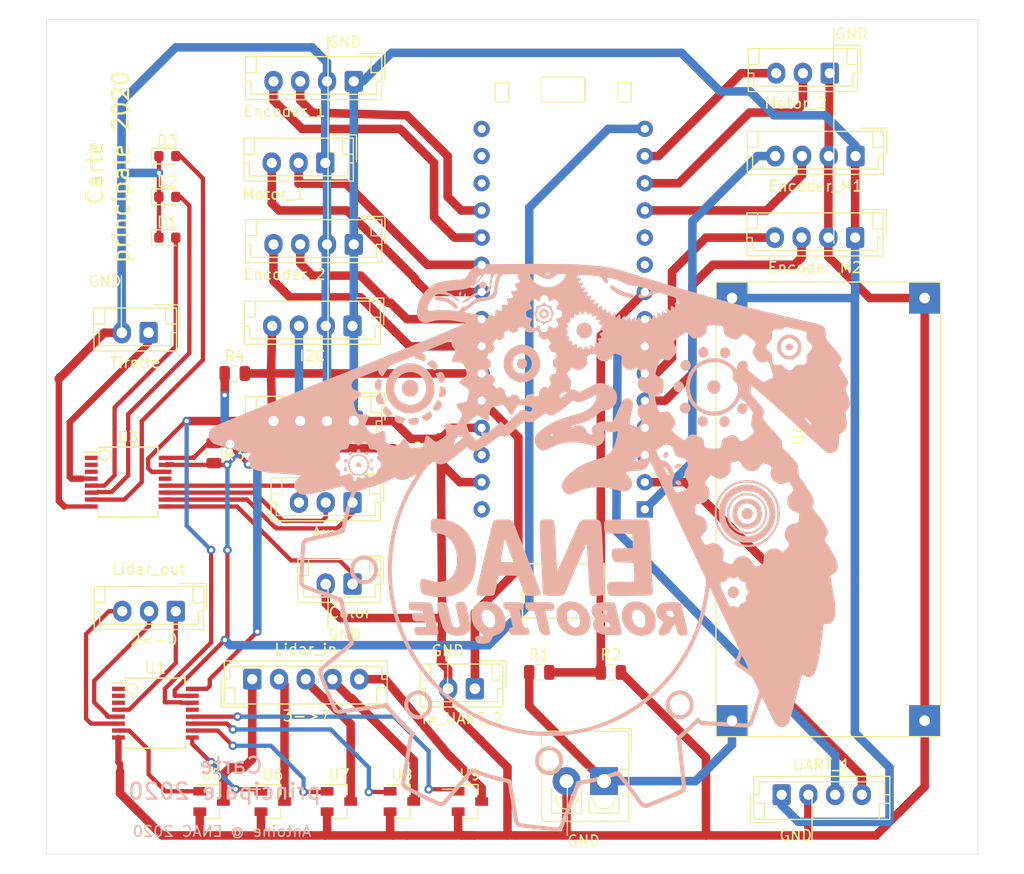
<source format=kicad_pcb>
(kicad_pcb (version 20211014) (generator pcbnew)
  (layers (0 "F.Cu" signal) (31 "B.Cu" signal) (34 "B.Paste" user) (35 "F.Paste" user) (36 "B.SilkS" user "B.Silkscreen") (37 "F.SilkS" user "F.Silkscreen") (38 "B.Mask" user) (39 "F.Mask" user) (44 "Edge.Cuts" user))
  (net 0 "")
  (net 1 "GND")
  (net 2 "/led_1")
  (net 3 "/led_2")
  (net 4 "/led_3")
  (net 5 "/Rx_UART_1")
  (net 6 "/Tx_UART_1")
  (net 7 "+5V")
  (net 8 "/SDA_I2C_3")
  (net 9 "/SCL_I2C_3")
  (net 10 "/mot_1_DIR")
  (net 11 "/mot_1_PWM")
  (net 12 "/mot_2_PWM")
  (net 13 "/mot_2_DIR")
  (net 14 "/Enc_1B")
  (net 15 "/Enc_1A")
  (net 16 "/Enc_2A")
  (net 17 "/Enc_2B")
  (net 18 "/Enc_M1B")
  (net 19 "/Enc_M1A")
  (net 20 "/Enc_M2A")
  (net 21 "/Enc_M2B")
  (net 22 "/aux_1")
  (net 23 "/aux_2")
  (net 24 "/aux_3")
  (net 25 "+12V")
  (net 26 "Net-(J12-Pad1)")
  (net 27 "Net-(J12-Pad2)")
  (net 28 "Net-(J12-Pad3)")
  (net 29 "Net-(J12-Pad4)")
  (net 30 "Net-(J12-Pad5)")
  (net 31 "/bat_meas")
  (net 32 "Net-(U1-Pad1)")
  (net 33 "Net-(U1-Pad2)")
  (net 34 "Net-(U1-Pad3)")
  (net 35 "Net-(U1-Pad13)")
  (net 36 "Net-(U2-Pad3)")
  (net 37 "Net-(U2-Pad4)")
  (net 38 "Net-(U2-Pad30)")
  (net 39 "Net-(U3-Pad13)")
  (net 40 "/color")
  (net 41 "/tirette")
  (net 42 "Net-(U3-Pad3)")
  (net 43 "Net-(U3-Pad2)")
  (net 44 "Net-(U3-Pad1)")
  (net 45 "/lidar_in_1")
  (net 46 "/lidar_in_2")
  (net 47 "/lidar_in_3")
  (net 48 "/lidar_in_4")
  (net 49 "/lidar_in_5")
  (net 50 "/lidar_out_1")
  (net 51 "/lidar_out_2")
  (net 52 "/lidar_out_3")
  (net 53 "Net-(U2-Pad16)")
  (net 54 "Net-(U2-Pad17)")
  (net 55 "Net-(U2-Pad18)")
  (net 56 "Net-(U2-Pad28)")
  (net 57 "Net-(U2-Pad11)")
  (net 58 "Net-(U2-Pad10)")
  (net 59 "Net-(U2-Pad7)")
  (net 60 "/Tx_UART_2")
  (footprint "LED_SMD:LED_0603_1608Metric" (layer "F.Cu") (at 131.2925 86.36)
    (fp_text reference "D1")
    (fp_text value "LED")
  )
  (footprint "LED_SMD:LED_0603_1608Metric" (layer "F.Cu") (at 131.2925 78.74)
    (fp_text reference "D3")
    (fp_text value "LED")
  )
  (footprint "Connector_JST:JST_EH_B4B-EH-A_1x04_P2.50mm_Vertical" (layer "F.Cu") (at 148.71 103.505 180)
    (fp_text reference "I2C")
    (fp_text value "I2C_3")
  )
  (footprint "Connector_JST:JST_EH_B3B-EH-A_1x03_P2.50mm_Vertical" (layer "F.Cu") (at 146.05 79.375 180)
    (fp_text reference "Motor_1")
    (fp_text value "Motor_1")
  )
  (footprint "Connector_JST:JST_EH_B3B-EH-A_1x03_P2.50mm_Vertical" (layer "F.Cu") (at 193.167 70.993 180)
    (fp_text reference "Motor_2")
    (fp_text value "Motor_2")
  )
  (footprint "Connector_JST:JST_EH_B4B-EH-A_1x04_P2.50mm_Vertical" (layer "F.Cu") (at 148.71 71.755 180)
    (fp_text reference "Encoder_1")
    (fp_text value "Encoder_1")
  )
  (footprint "Connector_JST:JST_EH_B4B-EH-A_1x04_P2.50mm_Vertical" (layer "F.Cu") (at 195.58 78.74 180)
    (fp_text reference "Encoder_M1")
    (fp_text value "Encoder_M1")
  )
  (footprint "TerminalBlock_4Ucon:TerminalBlock_4Ucon_1x02_P3.50mm_Vertical" (layer "F.Cu") (at 172.085 137.16 180)
    (fp_text reference " ")
    (fp_text value "Screw_Terminal_01x02")
  )
  (footprint "Connector_JST:JST_EH_B5B-EH-A_1x05_P2.50mm_Vertical" (layer "F.Cu") (at 139.225 127.635)
    (fp_text reference "Lidar_in")
    (fp_text value "Conn_01x05")
  )
  (footprint "Resistor_SMD:R_0805_2012Metric" (layer "F.Cu") (at 172.72 127)
    (fp_text reference "R2")
    (fp_text value "1k")
  )
  (footprint "Package_SO:SSOP-16_5.3x6.2mm_P0.65mm" (layer "F.Cu") (at 130.175 130.81)
    (fp_text reference "U1")
    (fp_text value "PCA9554D")
  )
  (footprint "Package_SO:SSOP-16_5.3x6.2mm_P0.65mm" (layer "F.Cu") (at 127.635 109.22)
    (fp_text reference "U3")
    (fp_text value "PCA9554D")
  )
  (footprint "myFootprints:SOT-23" (layer "F.Cu") (at 135.425 139.065)
    (fp_text reference "U5")
    (fp_text value "IRLML6344")
  )
  (footprint "myFootprints:SOT-23" (layer "F.Cu") (at 141.14 139.065)
    (fp_text reference "U6")
    (fp_text value "IRLML6344")
  )
  (footprint "myFootprints:SOT-23" (layer "F.Cu") (at 147.32 139.065)
    (fp_text reference "U7")
    (fp_text value "IRLML6344")
  )
  (footprint "myFootprints:SOT-23" (layer "F.Cu") (at 153.205 139.065)
    (fp_text reference "U8")
    (fp_text value "IRLML6344")
  )
  (footprint "myFootprints:SOT-23" (layer "F.Cu") (at 159.555 139.065)
    (fp_text reference "U9")
    (fp_text value "IRLML6344")
  )
  (footprint "Connector_JST:JST_EH_B4B-EH-A_1x04_P2.50mm_Vertical" (layer "F.Cu") (at 148.71 86.995 180)
    (fp_text reference "Encoder_2")
    (fp_text value "Encoder_2")
  )
  (footprint "Connector_JST:JST_EH_B3B-EH-A_1x03_P2.50mm_Vertical" (layer "F.Cu") (at 132.08 121.285 180)
    (fp_text reference "Lidar_out")
    (fp_text value "Conn_01x03")
  )
  (footprint "Connector_JST:JST_EH_B2B-EH-A_1x02_P2.50mm_Vertical" (layer "F.Cu") (at 129.54 95.25 180)
    (fp_text reference "Tirette")
    (fp_text value "Conn_01x02")
  )
  (footprint "Connector_JST:JST_EH_B2B-EH-A_1x02_P2.50mm_Vertical" (layer "F.Cu") (at 148.59 118.745 180)
    (fp_text reference "Color")
    (fp_text value "Conn_01x02")
  )
  (footprint "LED_SMD:LED_0603_1608Metric" (layer "F.Cu") (at 131.2925 82.55)
    (fp_text reference "D2")
    (fp_text value "LED")
  )
  (footprint "Resistor_SMD:R_0805_2012Metric" (layer "F.Cu") (at 166.0375 127)
    (fp_text reference "R1")
    (fp_text value "4.7k")
  )
  (footprint "Connector_JST:JST_EH_B3B-EH-A_1x03_P2.50mm_Vertical" (layer "F.Cu") (at 148.59 111.125 180)
    (fp_text reference "Aux")
    (fp_text value "Conn_01x03")
  )
  (footprint "myFootprints:LM2596_module" (layer "F.Cu") (at 193.04 111.76 90)
    (fp_text reference "U4")
    (fp_text value "LM2596_module")
  )
  (footprint "MountingHole:MountingHole_3mm" (layer "F.Cu") (at 123 69)
    (fp_text reference " ")
    (fp_text value "MountingHole_3mm")
  )
  (footprint "Connector_JST:JST_EH_B4B-EH-A_1x04_P2.50mm_Vertical" (layer "F.Cu") (at 195.54 86.36 180)
    (fp_text reference "Encoder_M2")
    (fp_text value "Encoder_M2")
  )
  (footprint "MountingHole:MountingHole_3mm" (layer "F.Cu") (at 203.835 69)
    (fp_text reference " ")
    (fp_text value "MountingHole_3mm")
  )
  (footprint "Connector_JST:JST_EH_B4B-EH-A_1x04_P2.50mm_Vertical" (layer "F.Cu") (at 188.675 138.43)
    (fp_text reference "UART_1")
    (fp_text value "UART_1")
  )
  (footprint "Capacitor_SMD:C_0603_1608Metric_Pad1.05x0.95mm_HandSolder" (layer "F.Cu") (at 156.845 106.045 90)
    (fp_text reference "C1")
    (fp_text value "100nF")
  )
  (footprint "Connector_JST:JST_EH_B2B-EH-A_1x02_P2.50mm_Vertical" (layer "F.Cu") (at 160.02 128.524 180)
    (fp_text reference "Tx_UART_2")
    (fp_text value "Conn_01x02")
  )
  (footprint "Resistor_SMD:R_0805_2012Metric" (layer "F.Cu") (at 135.636 106.5045 -90)
    (fp_text reference "R3")
    (fp_text value "2.2k")
  )
  (footprint "Resistor_SMD:R_0805_2012Metric" (layer "F.Cu") (at 137.5895 99.06)
    (fp_text reference "R4")
    (fp_text value "2.2k")
  )
  (footprint "myFootprints:NUCLEO32" (layer "F.Cu") (at 168.275 93.98 180)
    (fp_text reference "U2")
    (fp_text value "NUCLEO32-L432KC")
  )
  (footprint "Connector_JST:JST_EH_B4B-EH-A_1x04_P2.50mm_Vertical" (layer "F.Cu") (at 148.59 94.615 180)
    (fp_text reference "I2C")
    (fp_text value "I2C_3")
  )
  (footprint "MountingHole:MountingHole_3mm" (layer "F.Cu") (at 123 141)
    (fp_text reference " ")
    (fp_text value "MountingHole_3mm")
  )
  (footprint "MountingHole:MountingHole_3mm" (layer "F.Cu") (at 204 141)
    (fp_text reference " ")
    (fp_text value "MountingHole_3mm")
  )
  (footprint "myFootprints:logo_enac_robotique" (layer "B.Cu") (at 165.1 115.316 180)
    (fp_text reference "G***" hide)
    (fp_text value "LOGO" hide)
  )
  (gr_line (start 127 94.996) (end 127 89.916) (layer "F.SilkS") (width 0.12))
  (gr_line (start 191.516 138.176) (end 191.516 142.748) (layer "F.SilkS") (width 0.12))
  (gr_line (start 146.304 79.248) (end 146.304 87.376) (layer "F.SilkS") (width 0.12))
  (gr_circle (center 125.476 106.68) (end 125.984 106.68) (layer "F.SilkS") (width 0.12) (fill none))
  (gr_line (start 146.304 71.628) (end 146.304 79.248) (layer "F.SilkS") (width 0.12))
  (gr_line (start 146.304 87.376) (end 146.304 103.632) (layer "F.SilkS") (width 0.12))
  (gr_line (start 157.48 128.524) (end 157.48 124.968) (layer "F.SilkS") (width 0.12))
  (gr_circle (center 128.016 128.524) (end 128.524 128.524) (layer "F.SilkS") (width 0.12) (fill none))
  (gr_line (start 139.954 137.922) (end 138.684 137.922) (layer "F.SilkS") (width 0.12))
  (gr_line (start 168.656 137.16) (end 168.656 142.24) (layer "F.SilkS") (width 0.12))
  (gr_line (start 193.548 66.802) (end 193.548 86.868) (layer "F.SilkS") (width 0.12))
  (gr_line (start 158.242 137.922) (end 156.972 137.922) (layer "F.SilkS") (width 0.12))
  (gr_line (start 146.304 71.628) (end 146.304 67.564) (layer "F.SilkS") (width 0.12))
  (gr_line (start 146.304 118.872) (end 146.304 122.936) (layer "F.SilkS") (width 0.12))
  (gr_line (start 120 66) (end 207 66) (layer "Edge.Cuts") (width 0.05))
  (gr_line (start 207 144) (end 120 144) (layer "Edge.Cuts") (width 0.05))
  (gr_line (start 207 66) (end 207 144) (layer "Edge.Cuts") (width 0.05))
  (gr_line (start 120 144) (end 120 66) (layer "Edge.Cuts") (width 0.05))
  (gr_text "Carte \nprincipale 2020" (at 136.652 136.906) (layer "B.SilkS") (effects (font (size 1.5 1.5) (thickness 0.22)) (justify mirror)))
  (gr_text "Antoine @ ENAC 2020" (at 136.398 141.859) (layer "B.SilkS") (effects (font (size 1 1)) (justify mirror)))
  (gr_text "GND" (at 125.476 90.424) (layer "F.SilkS") (effects (font (size 1 1))))
  (gr_text "GND" (at 157.48 124.968) (layer "F.SilkS") (effects (font (size 1 1))))
  (gr_text "Carte \nprincipale 2020" (at 125.73 79.756 90) (layer "F.SilkS") (effects (font (size 1.5 1.5) (thickness 0.22))))
  (gr_text "3->7" (at 144.272 131.064) (layer "F.SilkS") (effects (font (size 1 1))))
  (gr_text "GND" (at 189.992 142.24) (layer "F.SilkS") (effects (font (size 1 1))))
  (gr_text "GND" (at 195.199 67.31) (layer "F.SilkS") (effects (font (size 1 1))))
  (gr_text "2<-0" (at 130.048 123.952) (layer "F.SilkS") (effects (font (size 1 1))))
  (gr_text "GND" (at 170.18 142.748) (layer "F.SilkS") (effects (font (size 1 1))))
  (gr_text "GND" (at 147.828 68.072) (layer "F.SilkS") (effects (font (size 1 1))))
  (gr_text "GND" (at 147.828 123.444) (layer "F.SilkS") (effects (font (size 1 1))))
  (segment (start 130.505 80.315) (end 130.505 78.74) (width 0.4) (layer "F.Cu") (net 1))
  (segment (start 146.09 120.545) (end 147.465 121.92) (width 0.8) (layer "F.Cu") (net 1))
  (segment (start 126.725 135.403) (end 126.725 133.13501) (width 0.6) (layer "F.Cu") (net 1))
  (segment (start 189.865 142.24) (end 181.61 142.24) (width 0.8) (layer "F.Cu") (net 1))
  (segment (start 146.975 106.045) (end 152.4 106.045) (width 0.8) (layer "F.Cu") (net 1))
  (segment (start 160.546 133.35) (end 157.52 130.324) (width 0.8) (layer "F.Cu") (net 1))
  (segment (start 125.39 95.25) (end 127.04 95.25) (width 0.8) (layer "F.Cu") (net 1))
  (segment (start 168.91 142.24) (end 168.585 141.915) (width 0.8) (layer "F.Cu") (net 1))
  (segment (start 121.677 111.495) (end 121.158 110.976) (width 0.6) (layer "F.Cu") (net 1))
  (segment (start 189.865 142.24) (end 191.135 142.24) (width 0.8) (layer "F.Cu") (net 1))
  (segment (start 156.845 126.049) (end 156.972 121.92) (width 0.8) (layer "F.Cu") (net 1))
  (segment (start 152.716 121.92) (end 156.972 121.92) (width 0.8) (layer "F.Cu") (net 1))
  (segment (start 134.62 142.24) (end 130.81 142.24) (width 0.8) (layer "F.Cu") (net 1))
  (segment (start 181.61 142.24) (end 181.61 134.9525) (width 0.8) (layer "F.Cu") (net 1))
  (segment (start 196.915 92.01) (end 199.79 92.01) (width 0.8) (layer "F.Cu") (net 1))
  (segment (start 140.97 142.24) (end 139.7 142.24) (width 0.8) (layer "F.Cu") (net 1))
  (segment (start 181.61 134.9525) (end 173.6575 127) (width 0.8) (layer "F.Cu") (net 1))
  (segment (start 158.455 141.945) (end 158.455 140.015) (width 0.8) (layer "F.Cu") (net 1))
  (segment (start 140.04 140.015) (end 140.04 141.9) (width 0.8) (layer "F.Cu") (net 1))
  (segment (start 156.972 121.92) (end 156.845 107.445) (width 0.8) (layer "F.Cu") (net 1))
  (segment (start 146.21 79.215) (end 146.05 79.375) (width 0.8) (layer "F.Cu") (net 1))
  (segment (start 193.04 78.78) (end 193.08 78.74) (width 0.8) (layer "F.Cu") (net 1))
  (segment (start 124.185 111.495) (end 121.677 111.495) (width 0.4) (layer "F.Cu") (net 1))
  (segment (start 158.75 142.24) (end 158.455 141.945) (width 0.8) (layer "F.Cu") (net 1))
  (segment (start 158.62 109.22) (end 160.655 109.22) (width 0.8) (layer "F.Cu") (net 1))
  (segment (start 146.22 140.015) (end 146.22 142.07) (width 0.8) (layer "F.Cu") (net 1))
  (segment (start 146.09 103.385) (end 146.21 103.505) (width 0.8) (layer "F.Cu") (net 1))
  (segment (start 157.52 128.524) (end 157.52 126.724) (width 0.8) (layer "F.Cu") (net 1))
  (segment (start 202.04 92.01) (end 202.04 131.51) (width 0.8) (layer "F.Cu") (net 1))
  (segment (start 157.52 126.724) (end 156.845 126.049) (width 0.8) (layer "F.Cu") (net 1))
  (segment (start 202.04 137.685) (end 202.04 131.51) (width 0.8) (layer "F.Cu") (net 1))
  (segment (start 152.105 140.015) (end 152.105 141.945) (width 0.8) (layer "F.Cu") (net 1))
  (segment (start 191.175 142.2) (end 191.135 142.24) (width 0.8) (layer "F.Cu") (net 1))
  (segment (start 181.61 142.24) (end 168.91 142.24) (width 0.8) (layer "F.Cu") (net 1))
  (segment (start 191.175 138.43) (end 191.175 142.2) (width 0.8) (layer "F.Cu") (net 1))
  (segment (start 139.7 142.24) (end 134.62 142.24) (width 0.8) (layer "F.Cu") (net 1))
  (segment (start 121.158 110.976) (end 121.158 99.568) (width 0.6) (layer "F.Cu") (net 1))
  (segment (start 152.105 141.945) (end 152.4 142.24) (width 0.8) (layer "F.Cu") (net 1))
  (segment (start 156.845 107.445) (end 158.62 109.22) (width 0.8) (layer "F.Cu") (net 1))
  (segment (start 152.4 142.24) (end 146.05 142.24) (width 0.8) (layer "F.Cu") (net 1))
  (segment (start 168.91 142.24) (end 163.83 142.24) (width 0.8) (layer "F.Cu") (net 1))
  (segment (start 163.068 135.872) (end 163.068 142.24) (width 0.8) (layer "F.Cu") (net 1))
  (segment (start 199.79 92.01) (end 202.04 92.01) (width 0.8) (layer "F.Cu") (net 1))
  (segment (start 140.04 141.9) (end 139.7 142.24) (width 0.8) (layer "F.Cu") (net 1))
  (segment (start 153.67 142.24) (end 152.4 142.24) (width 0.8) (layer "F.Cu") (net 1))
  (segment (start 126.873 138.303) (end 126.873 136.271) (width 0.8) (layer "F.Cu") (net 1))
  (segment (start 146.05 142.24) (end 140.97 142.24) (width 0.8) (layer "F.Cu") (net 1))
  (segment (start 134.325 140.015) (end 134.325 141.945) (width 0.8) (layer "F.Cu") (net 1))
  (segment (start 126.873 135.551) (end 126.725 135.403) (width 0.6) (layer "F.Cu") (net 1))
  (segment (start 191.135 142.24) (end 197.485 142.24) (width 0.8) (layer "F.Cu") (net 1))
  (segment (start 121.158 99.568) (end 125.39 95.25) (width 0.8) (layer "F.Cu") (net 1))
  (segment (start 153.275 106.92) (end 156.845 106.92) (width 0.8) (layer "F.Cu") (net 1))
  (segment (start 157.52 130.324) (end 157.52 128.524) (width 0.8) (layer "F.Cu") (net 1))
  (segment (start 121.27399 99.36601) (end 121.158 99.568) (width 0.8) (layer "F.Cu") (net 1))
  (segment (start 160.02 142.24) (end 158.75 142.24) (width 0.8) (layer "F.Cu") (net 1))
  (segment (start 193.167 75.438) (end 193.167 70.993) (width 0.8) (layer "F.Cu") (net 1))
  (segment (start 197.485 142.24) (end 202.04 137.685) (width 0.8) (layer "F.Cu") (net 1))
  (segment (start 163.068 142.24) (end 160.02 142.24) (width 0.8) (layer "F.Cu") (net 1))
  (segment (start 146.21 94.495) (end 146.09 94.615) (width 0.8) (layer "F.Cu") (net 1))
  (segment (start 146.21 105.28) (end 146.975 106.045) (width 0.8) (layer "F.Cu") (net 1))
  (segment (start 130.505 86.36) (end 130.505 80.315) (width 0.4) (layer "F.Cu") (net 1))
  (segment (start 160.02 142.24) (end 153.67 142.24) (width 0.8) (layer "F.Cu") (net 1))
  (segment (start 156.845 107.445) (end 156.845 106.92) (width 0.8) (layer "F.Cu") (net 1))
  (segment (start 152.4 106.045) (end 153.275 106.92) (width 0.8) (layer "F.Cu") (net 1))
  (segment (start 193.04 86.36) (end 193.04 78.78) (width 0.8) (layer "F.Cu") (net 1))
  (segment (start 160.546 133.35) (end 163.068 135.872) (width 0.8) (layer "F.Cu") (net 1))
  (segment (start 146.22 142.07) (end 146.05 142.24) (width 0.8) (layer "F.Cu") (net 1))
  (segment (start 130.81 142.24) (end 126.873 138.303) (width 0.8) (layer "F.Cu") (net 1))
  (segment (start 126.873 136.271) (end 126.873 135.551) (width 0.6) (layer "F.Cu") (net 1))
  (segment (start 146.21 103.505) (end 146.21 105.28) (width 0.8) (layer "F.Cu") (net 1))
  (segment (start 134.325 141.945) (end 134.62 142.24) (width 0.8) (layer "F.Cu") (net 1))
  (segment (start 146.09 118.745) (end 146.09 120.545) (width 0.8) (layer "F.Cu") (net 1))
  (segment (start 163.83 142.24) (end 163.068 142.24) (width 0.8) (layer "F.Cu") (net 1))
  (segment (start 193.08 75.525) (end 193.167 75.438) (width 0.8) (layer "F.Cu") (net 1))
  (segment (start 193.08 78.74) (end 193.08 75.525) (width 0.8) (layer "F.Cu") (net 1))
  (segment (start 193.04 86.36) (end 193.04 88.135) (width 0.8) (layer "F.Cu") (net 1))
  (segment (start 168.585 141.915) (end 168.585 137.16) (width 0.8) (layer "F.Cu") (net 1))
  (segment (start 147.465 121.92) (end 152.716 121.92) (width 0.8) (layer "F.Cu") (net 1))
  (segment (start 193.04 88.135) (end 196.915 92.01) (width 0.8) (layer "F.Cu") (net 1))
  (via (at 130.505 80.315) (size 0.8) (drill 0.4) (layers "F.Cu" "B.Cu") (net 1))
  (segment (start 127.305 80.315) (end 127 80.01) (width 0.8) (layer "B.Cu") (net 1))
  (segment (start 127.04 73.62) (end 132.08 68.58) (width 0.8) (layer "B.Cu") (net 1))
  (segment (start 146.21 103.505) (end 146.21 94.735) (width 0.8) (layer "B.Cu") (net 1))
  (segment (start 127.04 95.25) (end 127 80.01) (width 0.8) (layer "B.Cu") (net 1))
  (segment (start 146.09 94.615) (end 146.09 87.115) (width 0.8) (layer "B.Cu") (net 1))
  (segment (start 132.08 68.58) (end 144.81 68.58) (width 0.8) (layer "B.Cu") (net 1))
  (segment (start 146.21 69.98) (end 146.21 71.755) (width 0.8) (layer "B.Cu") (net 1))
  (segment (start 146.05 79.375) (end 146.05 71.915) (width 0.8) (layer "B.Cu") (net 1))
  (segment (start 144.81 68.58) (end 146.21 69.98) (width 0.8) (layer "B.Cu") (net 1))
  (segment (start 146.09 87.115) (end 146.21 86.995) (width 0.8) (layer "B.Cu") (net 1))
  (segment (start 146.21 94.735) (end 146.09 94.615) (width 0.8) (layer "B.Cu") (net 1))
  (segment (start 130.505 80.315) (end 127.305 80.315) (width 0.8) (layer "B.Cu") (net 1))
  (segment (start 127 80.01) (end 127.04 73.62) (width 0.8) (layer "B.Cu") (net 1))
  (segment (start 146.05 71.915) (end 146.21 71.755) (width 0.8) (layer "B.Cu") (net 1))
  (segment (start 146.21 86.995) (end 146.21 79.535) (width 0.8) (layer "B.Cu") (net 1))
  (segment (start 146.21 79.535) (end 146.05 79.375) (width 0.8) (layer "B.Cu") (net 1))
  (segment (start 126.365 102.235) (end 126.365 108.585) (width 0.4) (layer "F.Cu") (net 2))
  (segment (start 126.365 108.585) (end 125.405 109.545) (width 0.4) (layer "F.Cu") (net 2))
  (segment (start 125.405 109.545) (end 124.185 109.545) (width 0.4) (layer "F.Cu") (net 2))
  (segment (start 132.08 96.52) (end 126.365 102.235) (width 0.4) (layer "F.Cu") (net 2))
  (segment (start 132.08 86.36) (end 132.08 96.52) (width 0.4) (layer "F.Cu") (net 2))
  (segment (start 124.755 110.195) (end 124.80499 110.14501) (width 0.4) (layer "F.Cu") (net 3))
  (segment (start 133.35 97.155) (end 133.35 83.3825) (width 0.4) (layer "F.Cu") (net 3))
  (segment (start 124.185 110.195) (end 124.755 110.195) (width 0.4) (layer "F.Cu") (net 3))
  (segment (start 127.635 108.585) (end 127.635 102.87) (width 0.4) (layer "F.Cu") (net 3))
  (segment (start 124.80499 110.14501) (end 126.07499 110.14501) (width 0.4) (layer "F.Cu") (net 3))
  (segment (start 126.07499 110.14501) (end 127.635 108.585) (width 0.4) (layer "F.Cu") (net 3))
  (segment (start 133.35 83.3825) (end 132.5175 82.55) (width 0.4) (layer "F.Cu") (net 3))
  (segment (start 127.635 102.87) (end 133.35 97.155) (width 0.4) (layer "F.Cu") (net 3))
  (segment (start 132.5175 82.55) (end 132.08 82.55) (width 0.4) (layer "F.Cu") (net 3))
  (segment (start 124.185 110.845) (end 127.28 110.845) (width 0.4) (layer "F.Cu") (net 4))
  (segment (start 127.28 110.845) (end 128.905 109.22) (width 0.4) (layer "F.Cu") (net 4))
  (segment (start 132.08 78.74) (end 132.29875 78.52125) (width 0.4) (layer "F.Cu") (net 4))
  (segment (start 128.905 109.22) (end 128.905 103.505) (width 0.4) (layer "F.Cu") (net 4))
  (segment (start 132.5175 78.74) (end 132.08 78.74) (width 0.4) (layer "F.Cu") (net 4))
  (segment (start 134.62 97.79) (end 134.62 80.8425) (width 0.4) (layer "F.Cu") (net 4))
  (segment (start 134.62 80.8425) (end 132.29875 78.52125) (width 0.4) (layer "F.Cu") (net 4))
  (segment (start 132.5175 78.74) (end 134.62 80.8425) (width 0.4) (layer "F.Cu") (net 4))
  (segment (start 128.905 103.505) (end 134.62 97.79) (width 0.4) (layer "F.Cu") (net 4))
  (segment (start 179.705 109.22) (end 187.96 117.475) (width 0.8) (layer "F.Cu") (net 5))
  (segment (start 175.895 109.22) (end 179.705 109.22) (width 0.8) (layer "F.Cu") (net 5))
  (segment (start 187.96 117.475) (end 187.96 128.44) (width 0.8) (layer "F.Cu") (net 5))
  (segment (start 187.96 117.475) (end 187.96 121.92) (width 0.8) (layer "F.Cu") (net 5))
  (segment (start 187.96 128.44) (end 196.175 136.655) (width 0.8) (layer "F.Cu") (net 5))
  (segment (start 196.175 136.655) (end 196.175 138.43) (width 0.8) (layer "F.Cu") (net 5))
  (segment (start 173.228 113.792) (end 173.355 96.52) (width 0.8) (layer "B.Cu") (net 6))
  (segment (start 192.024 133.096) (end 176.280998 116.844998) (width 0.8) (layer "B.Cu") (net 6))
  (segment (start 193.675 134.747) (end 192.024 133.096) (width 0.8) (layer "B.Cu") (net 6))
  (segment (start 193.675 138.43) (end 193.675 134.747) (width 0.8) (layer "B.Cu") (net 6))
  (segment (start 173.355 96.52) (end 175.895 93.98) (width 0.8) (layer "B.Cu") (net 6))
  (segment (start 176.280998 116.844998) (end 173.228 113.792) (width 0.8) (layer "B.Cu") (net 6))
  (segment (start 139.7 123.19) (end 139.7 123.19) (width 0.4) (layer "F.Cu") (net 7))
  (segment (start 136.652 101.092) (end 136.652 101.092) (width 0.8) (layer "F.Cu") (net 7))
  (segment (start 131.085 106.945) (end 132.091 106.945) (width 0.25) (layer "F.Cu") (net 7))
  (segment (start 137.063 105.567) (end 137.16 105.664) (width 0.8) (layer "F.Cu") (net 7))
  (segment (start 148.59 103.385) (end 148.71 103.505) (width 0.8) (layer "F.Cu") (net 7))
  (segment (start 131.085 106.945) (end 133.7454 106.945) (width 0.4) (layer "F.Cu") (net 7))
  (segment (start 135.520018 127.369982) (end 139.7 123.19) (width 0.4) (layer "F.Cu") (net 7))
  (segment (start 135.636 105.567) (end 137.063 105.567) (width 0.8) (layer "F.Cu") (net 7))
  (segment (start 195.54 78.78) (end 195.58 78.74) (width 0.8) (layer "F.Cu") (net 7))
  (segment (start 135.3058 105.3846) (end 136.6774 105.3846) (width 0.4) (layer "F.Cu") (net 7))
  (segment (start 152.4 103.505) (end 154.065 105.17) (width 0.8) (layer "F.Cu") (net 7))
  (segment (start 157.875 104.14) (end 156.845 105.17) (width 0.8) (layer "F.Cu") (net 7))
  (segment (start 136.6774 105.3846) (end 138.8364 107.5436) (width 0.4) (layer "F.Cu") (net 7))
  (segment (start 136.652 99.06) (end 136.652 101.092) (width 0.8) (layer "F.Cu") (net 7))
  (segment (start 133.625 128.535) (end 134.99 128.535) (width 0.4) (layer "F.Cu") (net 7))
  (segment (start 134.99 128.535) (end 135.255 128.27) (width 0.4) (layer "F.Cu") (net 7))
  (segment (start 135.255 127.635) (end 135.520018 127.369982) (width 0.4) (layer "F.Cu") (net 7))
  (segment (start 133.7454 106.945) (end 133.7454 106.8434) (width 0.4) (layer "F.Cu") (net 7))
  (segment (start 148.71 94.495) (end 148.59 94.615) (width 0.8) (layer "F.Cu") (net 7))
  (segment (start 154.065 105.17) (end 156.845 105.17) (width 0.8) (layer "F.Cu") (net 7))
  (segment (start 148.71 103.505) (end 152.4 103.505) (width 0.8) (layer "F.Cu") (net 7))
  (segment (start 157.875 104.14) (end 160.655 104.14) (width 0.8) (layer "F.Cu") (net 7))
  (segment (start 135.5598 105.3846) (end 135.3058 105.3846) (width 0.4) (layer "F.Cu") (net 7))
  (segment (start 135.3058 105.3846) (end 133.7454 106.945) (width 0.4) (layer "F.Cu") (net 7))
  (segment (start 135.255 128.27) (end 135.255 127.635) (width 0.4) (layer "F.Cu") (net 7))
  (segment (start 195.54 86.36) (end 195.54 78.78) (width 0.8) (layer "F.Cu") (net 7))
  (via (at 138.8364 107.5436) (size 0.8) (drill 0.4) (layers "F.Cu" "B.Cu") (net 7))
  (via (at 136.652 101.092) (size 0.8) (drill 0.4) (layers "F.Cu" "B.Cu") (net 7))
  (via (at 138.8364 107.5436) (size 0.8) (drill 0.4) (layers "F.Cu" "B.Cu") (net 7))
  (via (at 137.16 105.664) (size 1) (drill 0.8) (layers "F.Cu" "B.Cu") (net 7))
  (via (at 139.7 123.19) (size 0.8) (drill 0.4) (layers "F.Cu" "B.Cu") (net 7))
  (segment (start 138.8364 107.5436) (end 145.6464 107.5436) (width 0.8) (layer "B.Cu") (net 7))
  (segment (start 137.16 105.664) (end 137.16 105.664) (width 0.8) (layer "B.Cu") (net 7))
  (segment (start 184.04 92.01) (end 195.515 92.01) (width 0.8) (layer "B.Cu") (net 7))
  (segment (start 195.515 132.65) (end 198.755 135.89) (width 0.8) (layer "B.Cu") (net 7))
  (segment (start 149.56 71.755) (end 152.227 69.088) (width 0.8) (layer "B.Cu") (net 7))
  (segment (start 195.58 77.765) (end 195.58 78.74) (width 0.8) (layer "B.Cu") (net 7))
  (segment (start 192.745 74.93) (end 195.58 77.765) (width 0.8) (layer "B.Cu") (net 7))
  (segment (start 188.675 139.405) (end 188.675 138.43) (width 0.8) (layer "B.Cu") (net 7))
  (segment (start 145.6464 107.5436) (end 148.71 104.48) (width 0.8) (layer "B.Cu") (net 7))
  (segment (start 138.8364 107.5436) (end 138.8364 107.5436) (width 0.8) (layer "B.Cu") (net 7))
  (segment (start 152.227 69.088) (end 179.324 69.088) (width 0.8) (layer "B.Cu") (net 7))
  (segment (start 136.652 101.092) (end 136.652 105.156) (width 0.8) (layer "B.Cu") (net 7))
  (segment (start 139.7 108.4072) (end 139.7 107.543609) (width 0.8) (layer "B.Cu") (net 7))
  (segment (start 148.71 104.48) (end 148.71 103.505) (width 0.8) (layer "B.Cu") (net 7))
  (segment (start 187.96 74.93) (end 192.745 74.93) (width 0.8) (layer "B.Cu") (net 7))
  (segment (start 148.71 86.995) (end 148.71 94.495) (width 0.8) (layer "B.Cu") (net 7))
  (segment (start 185.72501 72.69501) (end 187.96 74.93) (width 0.8) (layer "B.Cu") (net 7))
  (segment (start 148.71 94.495) (end 148.59 94.615) (width 0.8) (layer "B.Cu") (net 7))
  (segment (start 148.71 71.755) (end 148.71 72.73) (width 0.8) (layer "B.Cu") (net 7))
  (segment (start 148.71 103.505) (end 148.71 94.735) (width 0.8) (layer "B.Cu") (net 7))
  (segment (start 148.71 94.735) (end 148.59 94.615) (width 0.8) (layer "B.Cu") (net 7))
  (segment (start 195.515 92.01) (end 195.54 91.985) (width 0.8) (layer "B.Cu") (net 7))
  (segment (start 198.755 140.97) (end 190.24 140.97) (width 0.8) (layer "B.Cu") (net 7))
  (segment (start 179.324 69.088) (end 182.93101 72.69501) (width 0.8) (layer "B.Cu") (net 7))
  (segment (start 190.24 140.97) (end 188.675 139.405) (width 0.8) (layer "B.Cu") (net 7))
  (segment (start 148.71 72.73) (end 148.71 86.995) (width 0.8) (layer "B.Cu") (net 7))
  (segment (start 148.71 71.755) (end 149.56 71.755) (width 0.8) (layer "B.Cu") (net 7))
  (segment (start 136.652 105.156) (end 137.16 105.664) (width 0.8) (layer "B.Cu") (net 7))
  (segment (start 139.7 123.19) (end 139.7 108.4072) (width 0.8) (layer "B.Cu") (net 7))
  (segment (start 195.54 91.985) (end 195.54 86.36) (width 0.8) (layer "B.Cu") (net 7))
  (segment (start 198.755 135.89) (end 198.755 140.97) (width 0.8) (layer "B.Cu") (net 7))
  (segment (start 195.515 92.01) (end 195.515 132.65) (width 0.8) (layer "B.Cu") (net 7))
  (segment (start 182.93101 72.69501) (end 185.72501 72.69501) (width 0.8) (layer "B.Cu") (net 7))
  (segment (start 136.906 115.57) (end 136.906 115.57) (width 0.4) (layer "F.Cu") (net 8))
  (segment (start 136.669999 123.969999) (end 136.906 123.733998) (width 0.4) (layer "F.Cu") (net 8))
  (segment (start 131.979 129.185) (end 131.979 128.660998) (width 0.4) (layer "F.Cu") (net 8))
  (segment (start 143.59 103.385) (end 143.71 103.505) (width 0.8) (layer "F.Cu") (net 8))
  (segment (start 133.625 129.185) (end 131.979 129.185) (width 0.4) (layer "F.Cu") (net 8))
  (segment (start 136.906 123.733998) (end 136.906 115.57) (width 0.4) (layer "F.Cu") (net 8))
  (segment (start 131.979 128.660998) (end 136.669999 123.969999) (width 0.4) (layer "F.Cu") (net 8))
  (segment (start 131.810001 107.470001) (end 131.209999 107.470001) (width 0.25) (layer "F.Cu") (net 8))
  (segment (start 131.085 107.595) (end 136.88 107.595) (width 0.4) (layer "F.Cu") (net 8))
  (segment (start 131.209999 107.470001) (end 131.085 107.595) (width 0.25) (layer "F.Cu") (net 8))
  (via (at 136.906 115.57) (size 0.8) (drill 0.4) (layers "F.Cu" "B.Cu") (net 8))
  (via (at 136.669999 123.969999) (size 0.8) (drill 0.4) (layers "F.Cu" "B.Cu") (net 8))
  (via (at 136.88 107.595) (size 0.8) (drill 0.4) (layers "F.Cu" "B.Cu") (net 8))
  (segment (start 165.1 120.65) (end 165.1 83.566) (width 0.8) (layer "B.Cu") (net 8))
  (segment (start 143.59 94.615) (end 143.59 103.385) (width 0.8) (layer "B.Cu") (net 8))
  (segment (start 138.303 106.299) (end 142.24 106.299) (width 0.4) (layer "B.Cu") (net 8))
  (segment (start 136.88 107.595) (end 138.303 106.299) (width 0.4) (layer "B.Cu") (net 8))
  (segment (start 161.29 124.46) (end 165.1 120.65) (width 0.8) (layer "B.Cu") (net 8))
  (segment (start 142.24 106.299) (end 143.71 104.88) (width 0.4) (layer "B.Cu") (net 8))
  (segment (start 172.466 76.2) (end 175.895 76.2) (width 0.8) (layer "B.Cu") (net 8))
  (segment (start 143.59 103.385) (end 143.71 103.505) (width 0.8) (layer "B.Cu") (net 8))
  (segment (start 143.71 104.88) (end 143.71 103.505) (width 0.4) (layer "B.Cu") (net 8))
  (segment (start 136.669999 123.969999) (end 137.16 124.46) (width 0.8) (layer "B.Cu") (net 8))
  (segment (start 136.906 115.57) (end 136.906 107.696) (width 0.4) (layer "B.Cu") (net 8))
  (segment (start 165.1 83.566) (end 172.466 76.2) (width 0.8) (layer "B.Cu") (net 8))
  (segment (start 137.16 124.46) (end 161.29 124.46) (width 0.8) (layer "B.Cu") (net 8))
  (segment (start 135.382 115.57) (end 135.382 115.57) (width 0.4) (layer "F.Cu") (net 9))
  (segment (start 133.625 129.835) (end 132.625 129.835) (width 0.4) (layer "F.Cu") (net 9))
  (segment (start 138.527 99.06) (end 140.97 99.06) (width 0.8) (layer "F.Cu") (net 9))
  (segment (start 132.584 129.794) (end 131.064 129.794) (width 0.4) (layer "F.Cu") (net 9))
  (segment (start 131.064 128.524) (end 135.382 124.206) (width 0.4) (layer "F.Cu") (net 9))
  (segment (start 130.0752 108.2548) (end 129.8448 108.2548) (width 0.4) (layer "F.Cu") (net 9))
  (segment (start 132.625 129.835) (end 132.584 129.794) (width 0.4) (layer "F.Cu") (net 9))
  (segment (start 160.655 99.06) (end 143.88 99.06) (width 0.8) (layer "F.Cu") (net 9))
  (segment (start 133.004998 103.505) (end 133.096 103.505) (width 0.4) (layer "F.Cu") (net 9))
  (segment (start 133.096 103.505) (end 141.21 103.505) (width 0.8) (layer "F.Cu") (net 9))
  (segment (start 135.382 115.824) (end 135.382 115.57) (width 0.4) (layer "F.Cu") (net 9))
  (segment (start 141.09 94.615) (end 140.97 99.06) (width 0.8) (layer "F.Cu") (net 9))
  (segment (start 135.382 124.206) (end 135.382 115.824) (width 0.4) (layer "F.Cu") (net 9))
  (segment (start 141.09 103.385) (end 141.21 103.505) (width 0.8) (layer "F.Cu") (net 9))
  (segment (start 129.8448 108.2548) (end 129.50501 107.91501) (width 0.4) (layer "F.Cu") (net 9))
  (segment (start 140.97 99.06) (end 141.09 103.385) (width 0.8) (layer "F.Cu") (net 9))
  (segment (start 129.50501 107.004988) (end 133.004998 103.505) (width 0.4) (layer "F.Cu") (net 9))
  (segment (start 133.625 129.835) (end 132.775 129.835) (width 0.25) (layer "F.Cu") (net 9))
  (segment (start 131.085 108.245) (end 130.085 108.245) (width 0.4) (layer "F.Cu") (net 9))
  (segment (start 131.064 129.794) (end 131.064 128.524) (width 0.4) (layer "F.Cu") (net 9))
  (segment (start 143.88 99.06) (end 140.97 99.06) (width 0.8) (layer "F.Cu") (net 9))
  (segment (start 130.085 108.245) (end 130.0752 108.2548) (width 0.4) (layer "F.Cu") (net 9))
  (segment (start 129.50501 107.91501) (end 129.50501 107.004988) (width 0.4) (layer "F.Cu") (net 9))
  (segment (start 141.21 103.505) (end 141.21 103.63) (width 0.8) (layer "F.Cu") (net 9))
  (via (at 135.382 115.57) (size 0.8) (drill 0.4) (layers "F.Cu" "B.Cu") (net 9))
  (via (at 133.096 103.505) (size 0.8) (drill 0.4) (layers "F.Cu" "B.Cu") (net 9))
  (segment (start 135.382 115.57) (end 133.096 113.284) (width 0.4) (layer "B.Cu") (net 9))
  (segment (start 133.096 113.284) (end 133.096 103.505) (width 0.4) (layer "B.Cu") (net 9))
  (segment (start 154.432 90.189902) (end 154.432 90.297) (width 0.8) (layer "F.Cu") (net 10))
  (segment (start 154.432 90.189902) (end 148.062098 83.82) (width 0.8) (layer "F.Cu") (net 10))
  (segment (start 141.732 83.82) (end 141.05 83.138) (width 0.8) (layer "F.Cu") (net 10))
  (segment (start 155.575 91.44) (end 160.655 91.44) (width 0.8) (layer "F.Cu") (net 10))
  (segment (start 148.062098 83.82) (end 141.732 83.82) (width 0.8) (layer "F.Cu") (net 10))
  (segment (start 141.05 83.138) (end 141.05 79.375) (width 0.8) (layer "F.Cu") (net 10))
  (segment (start 154.432 90.297) (end 155.575 91.44) (width 0.8) (layer "F.Cu") (net 10))
  (segment (start 143.55 81.32) (end 147.995 81.32) (width 0.8) (layer "F.Cu") (net 11))
  (segment (start 155.575 88.9) (end 160.655 88.9) (width 0.8) (layer "F.Cu") (net 11))
  (segment (start 143.55 79.375) (end 143.55 81.32) (width 0.8) (layer "F.Cu") (net 11))
  (segment (start 147.995 81.32) (end 155.575 88.9) (width 0.8) (layer "F.Cu") (net 11))
  (segment (start 190.667 73.874) (end 190.667 70.993) (width 0.8) (layer "F.Cu") (net 12))
  (segment (start 185.674 74.676) (end 189.865 74.676) (width 0.8) (layer "F.Cu") (net 12))
  (segment (start 189.865 74.676) (end 190.667 73.874) (width 0.8) (layer "F.Cu") (net 12))
  (segment (start 184.277 76.073) (end 185.674 74.676) (width 0.8) (layer "F.Cu") (net 12))
  (segment (start 175.895 81.28) (end 179.07 81.28) (width 0.8) (layer "F.Cu") (net 12))
  (segment (start 179.07 81.28) (end 184.277 76.073) (width 0.8) (layer "F.Cu") (net 12))
  (segment (start 184.912 70.993) (end 188.167 70.993) (width 0.8) (layer "F.Cu") (net 13))
  (segment (start 175.895 78.74) (end 177.165 78.74) (width 0.8) (layer "F.Cu") (net 13))
  (segment (start 177.165 78.74) (end 184.912 70.993) (width 0.8) (layer "F.Cu") (net 13))
  (segment (start 141.21 71.755) (end 141.21 73.53) (width 0.8) (layer "F.Cu") (net 14))
  (segment (start 156.21 84.455) (end 158.115 86.36) (width 0.8) (layer "F.Cu") (net 14))
  (segment (start 143.88 76.2) (end 153.035 76.2) (width 0.8) (layer "F.Cu") (net 14))
  (segment (start 158.115 86.36) (end 160.655 86.36) (width 0.8) (layer "F.Cu") (net 14))
  (segment (start 141.21 73.53) (end 143.88 76.2) (width 0.8) (layer "F.Cu") (net 14))
  (segment (start 156.21 79.375) (end 156.21 84.455) (width 0.8) (layer "F.Cu") (net 14))
  (segment (start 153.035 76.2) (end 156.21 79.375) (width 0.8) (layer "F.Cu") (net 14))
  (segment (start 157.48 81.915) (end 157.48 78.74) (width 0.8) (layer "F.Cu") (net 15))
  (segment (start 153.67 74.93) (end 144.856 74.676) (width 0.8) (layer "F.Cu") (net 15))
  (segment (start 143.71 73.53) (end 143.71 71.755) (width 0.8) (layer "F.Cu") (net 15))
  (segment (start 157.48 78.74) (end 153.67 74.93) (width 0.8) (layer "F.Cu") (net 15))
  (segment (start 158.75 83.82) (end 160.655 83.82) (width 0.8) (layer "F.Cu") (net 15))
  (segment (start 144.856 74.676) (end 143.71 73.53) (width 0.8) (layer "F.Cu") (net 15))
  (segment (start 157.48 81.915) (end 157.48 82.55) (width 0.8) (layer "F.Cu") (net 15))
  (segment (start 157.48 82.55) (end 158.75 83.82) (width 0.8) (layer "F.Cu") (net 15))
  (segment (start 152.146 92.456) (end 153.67 93.98) (width 0.8) (layer "F.Cu") (net 16))
  (segment (start 151.892 92.456) (end 152.146 92.456) (width 0.8) (layer "F.Cu") (net 16))
  (segment (start 143.71 88.77) (end 143.71 86.995) (width 0.8) (layer "F.Cu") (net 16))
  (segment (start 149.352 89.916) (end 144.856 89.916) (width 0.8) (layer "F.Cu") (net 16))
  (segment (start 153.67 93.98) (end 160.655 93.98) (width 0.8) (layer "F.Cu") (net 16))
  (segment (start 151.892 92.456) (end 149.352 89.916) (width 0.8) (layer "F.Cu") (net 16))
  (segment (start 144.856 89.916) (end 143.71 88.77) (width 0.8) (layer "F.Cu") (net 16))
  (segment (start 153.924 96.52) (end 160.655 96.52) (width 0.8) (layer "F.Cu") (net 17))
  (segment (start 149.352 91.948) (end 153.924 96.52) (width 0.8) (layer "F.Cu") (net 17))
  (segment (start 141.21 90.41) (end 142.748 91.948) (width 0.8) (layer "F.Cu") (net 17))
  (segment (start 142.748 91.948) (end 149.352 91.948) (width 0.8) (layer "F.Cu") (net 17))
  (segment (start 141.21 86.995) (end 141.21 90.41) (width 0.8) (layer "F.Cu") (net 17))
  (segment (start 175.895 111.76) (end 180.34 107.315) (width 0.8) (layer "B.Cu") (net 18))
  (segment (start 186.43 78.74) (end 188.08 78.74) (width 0.8) (layer "B.Cu") (net 18))
  (segment (start 180.34 84.83) (end 186.43 78.74) (width 0.8) (layer "B.Cu") (net 18))
  (segment (start 180.34 107.315) (end 180.34 84.83) (width 0.8) (layer "B.Cu") (net 18))
  (segment (start 190.58 80.515) (end 190.58 78.74) (width 0.8) (layer "F.Cu") (net 19))
  (segment (start 187.275 83.82) (end 190.58 80.515) (width 0.8) (layer "F.Cu") (net 19))
  (segment (start 175.895 83.82) (end 187.275 83.82) (width 0.8) (layer "F.Cu") (net 19))
  (segment (start 189.865 88.9) (end 182.245 88.9) (width 0.8) (layer "F.Cu") (net 20))
  (segment (start 182.245 88.9) (end 180.34 90.805) (width 0.8) (layer "F.Cu") (net 20))
  (segment (start 180.34 99.06) (end 177.8 101.6) (width 0.8) (layer "F.Cu") (net 20))
  (segment (start 180.34 90.805) (end 180.34 99.06) (width 0.8) (layer "F.Cu") (net 20))
  (segment (start 190.54 86.36) (end 190.54 88.225) (width 0.8) (layer "F.Cu") (net 20))
  (segment (start 177.8 101.6) (end 175.895 101.6) (width 0.8) (layer "F.Cu") (net 20))
  (segment (start 190.54 88.225) (end 189.865 88.9) (width 0.8) (layer "F.Cu") (net 20))
  (segment (start 181.61 86.36) (end 188.04 86.36) (width 0.8) (layer "F.Cu") (net 21))
  (segment (start 175.895 99.06) (end 176.97263 99.06) (width 0.8) (layer "F.Cu") (net 21))
  (segment (start 176.97263 99.06) (end 178.435 97.59763) (width 0.8) (layer "F.Cu") (net 21))
  (segment (start 178.435 89.535) (end 181.61 86.36) (width 0.8) (layer "F.Cu") (net 21))
  (segment (start 178.435 97.59763) (end 178.435 89.535) (width 0.8) (layer "F.Cu") (net 21))
  (segment (start 141.31601 113.42681) (end 141.41761 113.42681) (width 0.4) (layer "F.Cu") (net 22))
  (segment (start 147.152 113.538) (end 148.59 112.1) (width 0.4) (layer "F.Cu") (net 22))
  (segment (start 131.085 110.845) (end 138.7342 110.845) (width 0.4) (layer "F.Cu") (net 22))
  (segment (start 141.5288 113.538) (end 147.152 113.538) (width 0.4) (layer "F.Cu") (net 22))
  (segment (start 138.7342 110.845) (end 141.31601 113.42681) (width 0.4) (layer "F.Cu") (net 22))
  (segment (start 141.41761 113.42681) (end 141.5288 113.538) (width 0.4) (layer "F.Cu") (net 22))
  (segment (start 148.59 112.1) (end 148.59 111.125) (width 0.4) (layer "F.Cu") (net 22))
  (segment (start 142.0876 112.8268) (end 145.7632 112.8268) (width 0.4) (layer "F.Cu") (net 23))
  (segment (start 145.7632 112.8268) (end 146.09 112.5) (width 0.4) (layer "F.Cu") (net 23))
  (segment (start 139.4558 110.195) (end 142.0876 112.8268) (width 0.4) (layer "F.Cu") (net 23))
  (segment (start 146.09 112.5) (end 146.09 111.125) (width 0.4) (layer "F.Cu") (net 23))
  (segment (start 131.085 110.195) (end 139.4558 110.195) (width 0.4) (layer "F.Cu") (net 23))
  (segment (start 143.59 109.75) (end 143.59 111.125) (width 0.4) (layer "F.Cu") (net 24))
  (segment (start 143.385 109.545) (end 143.59 109.75) (width 0.4) (layer "F.Cu") (net 24))
  (segment (start 131.085 109.545) (end 143.385 109.545) (width 0.4) (layer "F.Cu") (net 24))
  (segment (start 165.1 130.175) (end 172.085 137.16) (width 0.8) (layer "F.Cu") (net 25))
  (segment (start 165.1 127) (end 165.1 130.175) (width 0.8) (layer "F.Cu") (net 25))
  (segment (start 184.04 133.76) (end 180.64 137.16) (width 0.8) (layer "B.Cu") (net 25))
  (segment (start 184.04 131.51) (end 184.04 133.76) (width 0.8) (layer "B.Cu") (net 25))
  (segment (start 180.64 137.16) (end 172.085 137.16) (width 0.8) (layer "B.Cu") (net 25))
  (segment (start 137.16 135.89) (end 138.43 135.89) (width 0.8) (layer "F.Cu") (net 26))
  (segment (start 138.43 135.89) (end 139.225 135.095) (width 0.8) (layer "F.Cu") (net 26))
  (segment (start 136.525 136.525) (end 137.16 135.89) (width 0.8) (layer "F.Cu") (net 26))
  (segment (start 139.225 135.095) (end 139.225 127.635) (width 0.8) (layer "F.Cu") (net 26))
  (segment (start 136.525 139.065) (end 136.525 136.525) (width 0.8) (layer "F.Cu") (net 26))
  (segment (start 142.24 128.15) (end 141.725 127.635) (width 0.8) (layer "F.Cu") (net 27))
  (segment (start 142.24 139.065) (end 142.24 128.15) (width 0.8) (layer "F.Cu") (net 27))
  (segment (start 148.42 131.83) (end 146 129.41) (width 0.8) (layer "F.Cu") (net 28))
  (segment (start 145.875 129.41) (end 144.225 127.76) (width 0.8) (layer "F.Cu") (net 28))
  (segment (start 148.42 139.065) (end 148.42 131.83) (width 0.8) (layer "F.Cu") (net 28))
  (segment (start 144.225 127.76) (end 144.225 127.635) (width 0.8) (layer "F.Cu") (net 28))
  (segment (start 146 129.41) (end 145.875 129.41) (width 0.8) (layer "F.Cu") (net 28))
  (segment (start 146.725 127.76) (end 146.725 127.635) (width 0.8) (layer "F.Cu") (net 29))
  (segment (start 154.305 135.215) (end 148.5 129.41) (width 0.8) (layer "F.Cu") (net 29))
  (segment (start 154.305 139.065) (end 154.305 135.215) (width 0.8) (layer "F.Cu") (net 29))
  (segment (start 148.375 129.41) (end 146.725 127.76) (width 0.8) (layer "F.Cu") (net 29))
  (segment (start 148.5 129.41) (end 148.375 129.41) (width 0.8) (layer "F.Cu") (net 29))
  (segment (start 160.655 137.795) (end 157.48 134.62) (width 0.8) (layer "F.Cu") (net 30))
  (segment (start 151.635 127.635) (end 149.225 127.635) (width 0.8) (layer "F.Cu") (net 30))
  (segment (start 157.48 134.62) (end 151.635 127.635) (width 0.8) (layer "F.Cu") (net 30))
  (segment (start 160.655 139.065) (end 160.655 137.795) (width 0.8) (layer "F.Cu") (net 30))
  (segment (start 166.975 127) (end 171.7825 127) (width 0.8) (layer "F.Cu") (net 31))
  (segment (start 171.7825 95.5525) (end 175.895 91.44) (width 0.8) (layer "F.Cu") (net 31))
  (segment (start 171.7825 127) (end 171.7825 95.5525) (width 0.8) (layer "F.Cu") (net 31))
  (segment (start 142.8496 116.5352) (end 147.3802 116.5352) (width 0.4) (layer "F.Cu") (net 40))
  (segment (start 137.8094 111.495) (end 142.8496 116.5352) (width 0.4) (layer "F.Cu") (net 40))
  (segment (start 147.3802 116.5352) (end 148.59 117.745) (width 0.4) (layer "F.Cu") (net 40))
  (segment (start 148.59 117.745) (end 148.59 118.745) (width 0.4) (layer "F.Cu") (net 40))
  (segment (start 131.085 111.495) (end 137.8094 111.495) (width 0.4) (layer "F.Cu") (net 40))
  (segment (start 122.357 108.895) (end 122.174 108.712) (width 0.6) (layer "F.Cu") (net 41))
  (segment (start 122.174 108.712) (end 122.174 103.616) (width 0.6) (layer "F.Cu") (net 41))
  (segment (start 123.314998 108.895) (end 122.357 108.895) (width 0.6) (layer "F.Cu") (net 41))
  (segment (start 129.54 96.25) (end 129.54 95.25) (width 0.6) (layer "F.Cu") (net 41))
  (segment (start 122.174 103.616) (end 129.54 96.25) (width 0.6) (layer "F.Cu") (net 41))
  (segment (start 124.185 108.895) (end 123.314998 108.895) (width 0.4) (layer "F.Cu") (net 41))
  (segment (start 129.54 134.25) (end 129.54 136.525) (width 0.4) (layer "F.Cu") (net 45))
  (segment (start 131.13 138.115) (end 134.325 138.115) (width 0.4) (layer "F.Cu") (net 45))
  (segment (start 127.725 132.435) (end 129.54 134.25) (width 0.4) (layer "F.Cu") (net 45))
  (segment (start 129.54 136.525) (end 131.13 138.115) (width 0.4) (layer "F.Cu") (net 45))
  (segment (start 126.725 132.435) (end 127.725 132.435) (width 0.4) (layer "F.Cu") (net 45))
  (segment (start 135.098 135.158) (end 135.322 135.382) (width 0.4) (layer "F.Cu") (net 46))
  (segment (start 137.668 137.922) (end 139.847 137.922) (width 0.4) (layer "F.Cu") (net 46))
  (segment (start 133.625 133.685) (end 135.098 135.158) (width 0.4) (layer "F.Cu") (net 46))
  (segment (start 133.625 133.085) (end 133.625 133.685) (width 0.4) (layer "F.Cu") (net 46))
  (segment (start 139.847 137.922) (end 140.04 138.115) (width 0.4) (layer "F.Cu") (net 46))
  (via (at 135.382 135.382) (size 0.8) (drill 0.4) (layers "F.Cu" "B.Cu") (net 46))
  (via (at 137.668 137.922) (size 0.8) (drill 0.4) (layers "F.Cu" "B.Cu") (net 46))
  (segment (start 137.668 137.922) (end 137.668 137.922) (width 0.4) (layer "B.Cu") (net 46))
  (segment (start 135.781999 135.781999) (end 135.781999 136.035999) (width 0.4) (layer "B.Cu") (net 46))
  (segment (start 135.781999 136.035999) (end 137.668 137.922) (width 0.4) (layer "B.Cu") (net 46))
  (segment (start 135.382 135.382) (end 135.781999 135.781999) (width 0.4) (layer "B.Cu") (net 46))
  (segment (start 137.414 133.858) (end 137.414 133.858) (width 0.4) (layer "F.Cu") (net 47))
  (segment (start 133.625 132.435) (end 135.991 132.435) (width 0.4) (layer "F.Cu") (net 47))
  (segment (start 146.159 138.176) (end 146.22 138.115) (width 0.4) (layer "F.Cu") (net 47))
  (segment (start 144.018 138.176) (end 146.159 138.176) (width 0.4) (layer "F.Cu") (net 47))
  (segment (start 135.991 132.435) (end 137.414 133.858) (width 0.4) (layer "F.Cu") (net 47))
  (via (at 144.018 138.176) (size 0.8) (drill 0.4) (layers "F.Cu" "B.Cu") (net 47))
  (via (at 137.414 133.858) (size 0.8) (drill 0.4) (layers "F.Cu" "B.Cu") (net 47))
  (segment (start 144.018 138.176) (end 144.018 138.176) (width 0.4) (layer "B.Cu") (net 47))
  (segment (start 137.414 133.858) (end 140.97 133.858) (width 0.4) (layer "B.Cu") (net 47))
  (segment (start 144.018 136.906) (end 144.018 138.176) (width 0.4) (layer "B.Cu") (net 47))
  (segment (start 140.97 133.858) (end 144.018 136.906) (width 0.4) (layer "B.Cu") (net 47))
  (segment (start 137.414 132.334) (end 137.414 132.334) (width 0.4) (layer "F.Cu") (net 48))
  (segment (start 133.625 131.785) (end 136.611 131.785) (width 0.4) (layer "F.Cu") (net 48))
  (segment (start 136.865 131.785) (end 137.414 132.334) (width 0.4) (layer "F.Cu") (net 48))
  (segment (start 152.044 138.176) (end 152.105 138.115) (width 0.4) (layer "F.Cu") (net 48))
  (segment (start 150.114 138.176) (end 152.044 138.176) (width 0.4) (layer "F.Cu") (net 48))
  (segment (start 136.611 131.785) (end 136.865 131.785) (width 0.4) (layer "F.Cu") (net 48))
  (via (at 137.414 132.334) (size 0.8) (drill 0.4) (layers "F.Cu" "B.Cu") (net 48))
  (via (at 150.114 138.176) (size 0.8) (drill 0.4) (layers "F.Cu" "B.Cu") (net 48))
  (segment (start 150.114 138.176) (end 150.114 138.176) (width 0.4) (layer "B.Cu") (net 48))
  (segment (start 137.414 132.334) (end 146.558 132.334) (width 0.4) (layer "B.Cu") (net 48))
  (segment (start 146.558 132.334) (end 150.114 135.89) (width 0.4) (layer "B.Cu") (net 48))
  (segment (start 150.114 135.89) (end 150.114 138.176) (width 0.4) (layer "B.Cu") (net 48))
  (segment (start 137.851 131.135) (end 137.851 131.135) (width 0.4) (layer "F.Cu") (net 49))
  (segment (start 158.262 137.922) (end 158.455 138.115) (width 0.4) (layer "F.Cu") (net 49))
  (segment (start 155.702 137.922) (end 158.262 137.922) (width 0.4) (layer "F.Cu") (net 49))
  (segment (start 137.089 131.135) (end 137.851 131.135) (width 0.4) (layer "F.Cu") (net 49))
  (segment (start 133.625 131.135) (end 137.089 131.135) (width 0.4) (layer "F.Cu") (net 49))
  (via (at 155.702 137.922) (size 0.8) (drill 0.4) (layers "F.Cu" "B.Cu") (net 49))
  (via (at 137.851 131.135) (size 0.8) (drill 0.4) (layers "F.Cu" "B.Cu") (net 49))
  (segment (start 155.702 137.922) (end 155.702 137.922) (width 0.4) (layer "B.Cu") (net 49))
  (segment (start 152.471 131.135) (end 155.702 134.366) (width 0.4) (layer "B.Cu") (net 49))
  (segment (start 155.702 134.366) (end 155.702 137.922) (width 0.4) (layer "B.Cu") (net 49))
  (segment (start 137.851 131.135) (end 152.471 131.135) (width 0.4) (layer "B.Cu") (net 49))
  (segment (start 127.725 130.485) (end 132.08 126.13) (width 0.4) (layer "F.Cu") (net 50))
  (segment (start 126.725 130.485) (end 127.725 130.485) (width 0.4) (layer "F.Cu") (net 50))
  (segment (start 132.08 126.13) (end 132.08 122.26) (width 0.4) (layer "F.Cu") (net 50))
  (segment (start 132.08 122.26) (end 132.08 121.285) (width 0.4) (layer "F.Cu") (net 50))
  (segment (start 124.46 127.78) (end 129.58 122.66) (width 0.4) (layer "F.Cu") (net 51))
  (segment (start 125.654 131.064) (end 125.654 130.988) (width 0.4) (layer "F.Cu") (net 51))
  (segment (start 126.725 131.135) (end 125.725 131.135) (width 0.4) (layer "F.Cu") (net 51))
  (segment (start 125.654 130.988) (end 124.46 129.794) (width 0.4) (layer "F.Cu") (net 51))
  (segment (start 124.46 129.794) (end 124.46 127.78) (width 0.4) (layer "F.Cu") (net 51))
  (segment (start 125.725 131.135) (end 125.654 131.064) (width 0.4) (layer "F.Cu") (net 51))
  (segment (start 129.58 122.66) (end 129.58 121.285) (width 0.4) (layer "F.Cu") (net 51))
  (segment (start 123.698 131.318) (end 123.698 123.417) (width 0.4) (layer "F.Cu") (net 52))
  (segment (start 125.83 121.285) (end 127.08 121.285) (width 0.4) (layer "F.Cu") (net 52))
  (segment (start 123.698 123.417) (end 125.83 121.285) (width 0.4) (layer "F.Cu") (net 52))
  (segment (start 126.725 131.785) (end 124.165 131.785) (width 0.4) (layer "F.Cu") (net 52))
  (segment (start 124.165 131.785) (end 123.698 131.318) (width 0.4) (layer "F.Cu") (net 52))
  (segment (start 164.084 117.348) (end 164.084 105.029) (width 0.8) (layer "F.Cu") (net 60))
  (segment (start 164.084 105.029) (end 160.655 101.6) (width 0.8) (layer "F.Cu") (net 60))
  (segment (start 160.02 121.412) (end 164.084 117.348) (width 0.8) (layer "F.Cu") (net 60))
  (segment (start 160.02 128.524) (end 160.02 121.412) (width 0.8) (layer "F.Cu") (net 60))
)
</source>
